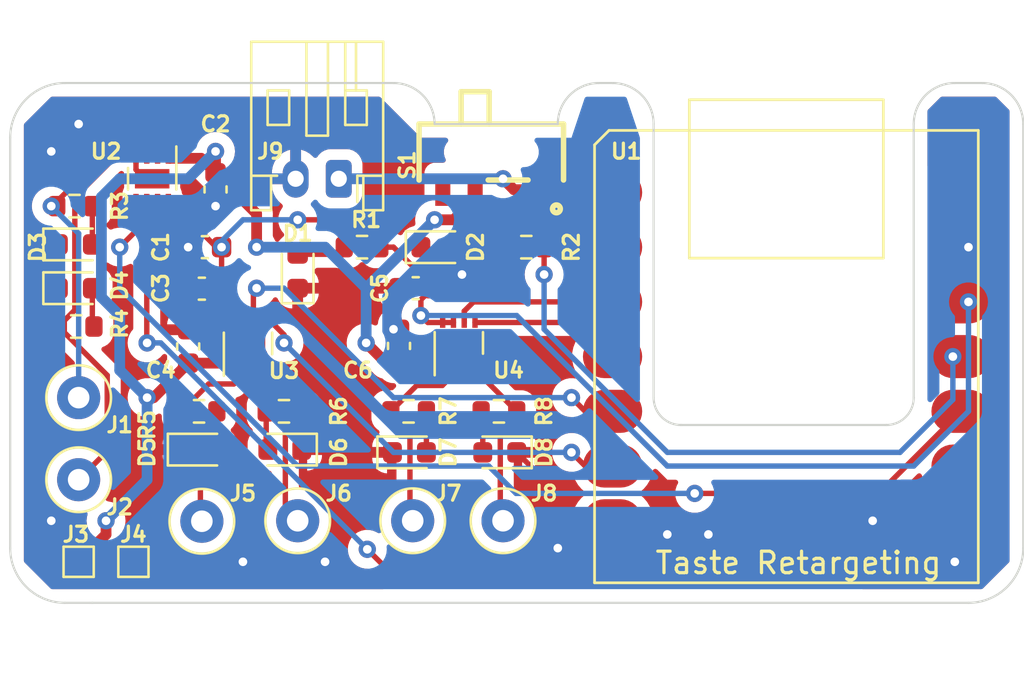
<source format=kicad_pcb>
(kicad_pcb (version 20221018) (generator pcbnew)
  (layers (0 "F.Cu" signal) (31 "B.Cu" signal) (34 "B.Paste" user) (35 "F.Paste" user) (36 "B.SilkS" user "B.Silkscreen") (37 "F.SilkS" user "F.Silkscreen") (38 "B.Mask" user) (39 "F.Mask" user) (44 "Edge.Cuts" user))
  (net 0 "")
  (net 2 "+BATT")
  (net 3 "Net-(D1-A)")
  (net 4 "Net-(D2-A)")
  (net 5 "Net-(D3-A)")
  (net 9 "/motor-driver-1b")
  (net 10 "/motor-driver-1a")
  (net 11 "/BLE-indicator-pin")
  (net 12 "+3.3V")
  (net 13 "GND")
  (net 15 "Net-(D4-A)")
  (net 16 "Net-(D5-A)")
  (net 17 "Net-(D6-A)")
  (net 18 "/motor-1-green-indicator-led")
  (net 19 "/motor-1-red-indicator-led")
  (net 20 "/motor-2-green-indicator-led")
  (net 21 "/motor-2-red-indicator-led")
  (net 22 "/motor-driver-2a")
  (net 23 "/motor-driver-2b")
  (net 24 "Net-(J9-Pin_1)")
  (net 26 "Net-(D7-A)")
  (net 27 "Net-(D8-A)")
  (net 28 "/motor-3-green-indicator-led")
  (net 29 "/motor-3-red-indicator-led")
  (net 30 "/motor-driver-3a")
  (net 31 "/motor-driver-3b")
  (footprint "LED_SMD:LED_0603_1608Metric" (layer "F.Cu") (at 37.5665 64.135)
    (fp_text reference "D4" (at 2.0575 -0.127 90) (layer "F.SilkS") (effects (font (size 0.7 0.7))))
    (fp_text value "LED")
    (pad "1" smd roundrect (at -0.7875 0) (size 0.875 0.95) (layers "F.Cu" "F.Paste" "F.Mask") (net 13 "GND"))
    (pad "2" smd roundrect (at 0.7875 0) (size 0.875 0.95) (layers "F.Cu" "F.Paste" "F.Mask") (net 15 "Net-(D4-A)"))
  )
  (footprint "Package_SON:WSON-8-1EP_2x2mm_P0.5mm_EP0.9x1.6mm" (layer "F.Cu") (at 55.354 66.675 90)
    (fp_text reference "U4" (at -1.27 2.305 180) (layer "F.SilkS") (effects (font (size 0.7 0.7))))
    (fp_text value "DRV8837")
    (pad "1" smd rect (at -0.95 -0.75 90) (size 0.5 0.25) (layers "F.Cu" "F.Paste" "F.Mask") (net 2 "+BATT"))
    (pad "2" smd rect (at -0.95 -0.25 90) (size 0.5 0.25) (layers "F.Cu" "F.Paste" "F.Mask") (net 28 "/motor-3-green-indicator-led"))
    (pad "3" smd rect (at -0.95 0.25 90) (size 0.5 0.25) (layers "F.Cu" "F.Paste" "F.Mask") (net 29 "/motor-3-red-indicator-led"))
    (pad "4" smd rect (at -0.95 0.75 90) (size 0.5 0.25) (layers "F.Cu" "F.Paste" "F.Mask") (net 13 "GND"))
    (pad "5" smd rect (at 0.95 0.75 90) (size 0.5 0.25) (layers "F.Cu" "F.Paste" "F.Mask") (net 31 "/motor-driver-3b"))
    (pad "6" smd rect (at 0.95 0.25 90) (size 0.5 0.25) (layers "F.Cu" "F.Paste" "F.Mask") (net 30 "/motor-driver-3a"))
    (pad "7" smd rect (at 0.95 -0.25 90) (size 0.5 0.25) (layers "F.Cu" "F.Paste" "F.Mask") (net 12 "+3.3V"))
    (pad "8" smd rect (at 0.95 -0.75 90) (size 0.5 0.25) (layers "F.Cu" "F.Paste" "F.Mask") (net 12 "+3.3V"))
    (pad "9" smd rect (at 0 0 90) (size 0.9 1.6) (layers "F.Cu" "F.Mask") (net 13 "GND"))
  )
  (footprint "LED_SMD:LED_0603_1608Metric" (layer "F.Cu") (at 47.879 63.3475 90)
    (fp_text reference "D1" (at 1.7525 0 180) (layer "F.SilkS") (effects (font (size 0.7 0.7))))
    (fp_text value "LED")
    (pad "1" smd roundrect (at -0.7875 0 90) (size 0.875 0.95) (layers "F.Cu" "F.Paste" "F.Mask") (net 13 "GND"))
    (pad "2" smd roundrect (at 0.7875 0 90) (size 0.875 0.95) (layers "F.Cu" "F.Paste" "F.Mask") (net 3 "Net-(D1-A)"))
  )
  (footprint "Resistor_SMD:R_0603_1608Metric" (layer "F.Cu") (at 37.529 60.325 180)
    (fp_text reference "R3" (at -2.095 0 90) (layer "F.SilkS") (effects (font (size 0.7 0.7))))
    (fp_text value "1k")
    (pad "1" smd roundrect (at -0.825 0 180) (size 0.8 0.95) (layers "F.Cu" "F.Paste" "F.Mask") (net 5 "Net-(D3-A)"))
    (pad "2" smd roundrect (at 0.825 0 180) (size 0.8 0.95) (layers "F.Cu" "F.Paste" "F.Mask") (net 18 "/motor-1-green-indicator-led"))
  )
  (footprint "TestPoint:TestPoint_Loop_D1.80mm_Drill1.0mm_Beaded" (layer "F.Cu") (at 43.434 74.953 90)
    (fp_text reference "J5" (at 1.293 1.905 180) (layer "F.SilkS") (effects (font (size 0.7 0.7))))
    (fp_text value "Conn_01x01_Pin")
    (pad "1" thru_hole circle (at 0 0 90) (size 2 2) (drill 1) (layers "*.Cu" "*.Mask") (net 20 "/motor-2-green-indicator-led"))
  )
  (footprint "LED_SMD:LED_0603_1608Metric" (layer "F.Cu") (at 37.5665 62.103)
    (fp_text reference "D3" (at -1.7525 0.127 90) (layer "F.SilkS") (effects (font (size 0.7 0.7))))
    (fp_text value "LED")
    (pad "1" smd roundrect (at -0.7875 0) (size 0.875 0.95) (layers "F.Cu" "F.Paste" "F.Mask") (net 13 "GND"))
    (pad "2" smd roundrect (at 0.7875 0) (size 0.875 0.95) (layers "F.Cu" "F.Paste" "F.Mask") (net 5 "Net-(D3-A)"))
  )
  (footprint "LED_SMD:LED_0603_1608Metric" (layer "F.Cu") (at 54.3815 62.23)
    (fp_text reference "D2" (at 1.7525 0 90) (layer "F.SilkS") (effects (font (size 0.7 0.7))))
    (fp_text value "LED")
    (pad "1" smd roundrect (at -0.7875 0) (size 0.875 0.95) (layers "F.Cu" "F.Paste" "F.Mask") (net 13 "GND"))
    (pad "2" smd roundrect (at 0.7875 0) (size 0.875 0.95) (layers "F.Cu" "F.Paste" "F.Mask") (net 4 "Net-(D2-A)"))
  )
  (footprint "LED_SMD:LED_0603_1608Metric" (layer "F.Cu") (at 57.2515 71.755 180)
    (fp_text reference "D8" (at -2.0575 0 90) (layer "F.SilkS") (effects (font (size 0.7 0.7))))
    (fp_text value "LED")
    (pad "1" smd roundrect (at -0.7875 0 180) (size 0.875 0.95) (layers "F.Cu" "F.Paste" "F.Mask") (net 13 "GND"))
    (pad "2" smd roundrect (at 0.7875 0 180) (size 0.875 0.95) (layers "F.Cu" "F.Paste" "F.Mask") (net 27 "Net-(D8-A)"))
  )
  (footprint "Connector_JST:JST_PH_S2B-PH-K_1x02_P2.00mm_Horizontal" (layer "F.Cu") (at 49.784 59.055 180)
    (fp_text reference "J9" (at 3.175 1.27) (layer "F.SilkS") (effects (font (size 0.7 0.7))))
    (fp_text value "2_pin_jst")
    (pad "1" thru_hole roundrect (at 0 0 180) (size 1.2 1.75) (drill 0.75) (layers "*.Cu" "*.Mask") (roundrect_rratio 0.2083333333) (net 24 "Net-(J9-Pin_1)"))
    (pad "2" thru_hole oval (at 2 0 180) (size 1.2 1.75) (drill 0.75) (layers "*.Cu" "*.Mask") (net 13 "GND"))
  )
  (footprint "LED_SMD:LED_0603_1608Metric" (layer "F.Cu") (at 47.2815 71.628 180)
    (fp_text reference "D6" (at -2.5025 -0.127 90) (layer "F.SilkS") (effects (font (size 0.7 0.7))))
    (fp_text value "LED")
    (pad "1" smd roundrect (at -0.7875 0 180) (size 0.875 0.95) (layers "F.Cu" "F.Paste" "F.Mask") (net 13 "GND"))
    (pad "2" smd roundrect (at 0.7875 0 180) (size 0.875 0.95) (layers "F.Cu" "F.Paste" "F.Mask") (net 17 "Net-(D6-A)"))
  )
  (footprint "Resistor_SMD:R_0603_1608Metric" (layer "F.Cu") (at 57.214 69.85)
    (fp_text reference "R8" (at 2.095 0 90) (layer "F.SilkS") (effects (font (size 0.7 0.7))))
    (fp_text value "1k")
    (pad "1" smd roundrect (at -0.825 0) (size 0.8 0.95) (layers "F.Cu" "F.Paste" "F.Mask") (net 27 "Net-(D8-A)"))
    (pad "2" smd roundrect (at 0.825 0) (size 0.8 0.95) (layers "F.Cu" "F.Paste" "F.Mask") (net 29 "/motor-3-red-indicator-led"))
  )
  (footprint "TestPoint:TestPoint_Loop_D1.80mm_Drill1.0mm_Beaded" (layer "F.Cu") (at 53.214 74.93)
    (fp_text reference "J7" (at 1.65 -1.27) (layer "F.SilkS") (effects (font (size 0.7 0.7))))
    (fp_text value "Conn_01x01_Pin")
    (pad "1" thru_hole circle (at 0 0) (size 2 2) (drill 1) (layers "*.Cu" "*.Mask") (net 28 "/motor-3-green-indicator-led"))
  )
  (footprint "LED_SMD:LED_0603_1608Metric" (layer "F.Cu") (at 53.0615 71.755)
    (fp_text reference "D7" (at 1.8025 0 90) (layer "F.SilkS") (effects (font (size 0.7 0.7))))
    (fp_text value "LED")
    (pad "1" smd roundrect (at -0.7875 0) (size 0.875 0.95) (layers "F.Cu" "F.Paste" "F.Mask") (net 13 "GND"))
    (pad "2" smd roundrect (at 0.7875 0) (size 0.875 0.95) (layers "F.Cu" "F.Paste" "F.Mask") (net 26 "Net-(D7-A)"))
  )
  (footprint "TestPoint:TestPoint_Loop_D1.80mm_Drill1.0mm_Beaded" (layer "F.Cu") (at 37.719 73.025 90)
    (fp_text reference "J2" (at -1.27 1.905 180) (layer "F.SilkS") (effects (font (size 0.7 0.7))))
    (fp_text value "Conn_01x01_Pin")
    (pad "1" thru_hole circle (at 0 0 90) (size 2 2) (drill 1) (layers "*.Cu" "*.Mask") (net 19 "/motor-1-red-indicator-led"))
  )
  (footprint "TestPoint:TestPoint_Loop_D1.80mm_Drill1.0mm_Beaded" (layer "F.Cu") (at 47.879 74.93 90)
    (fp_text reference "J6" (at 1.27 1.905 180) (layer "F.SilkS") (effects (font (size 0.7 0.7))))
    (fp_text value "Conn_01x01_Pin")
    (pad "1" thru_hole circle (at 0 0 90) (size 2 2) (drill 1) (layers "*.Cu" "*.Mask") (net 21 "/motor-2-red-indicator-led"))
  )
  (footprint "Resistor_SMD:R_0603_1608Metric" (layer "F.Cu") (at 50.864 62.23)
    (fp_text reference "R1" (at 0.19 -1.27) (layer "F.SilkS") (effects (font (size 0.7 0.7))))
    (fp_text value "1k")
    (pad "1" smd roundrect (at -0.825 0) (size 0.8 0.95) (layers "F.Cu" "F.Paste" "F.Mask") (net 3 "Net-(D1-A)"))
    (pad "2" smd roundrect (at 0.825 0) (size 0.8 0.95) (layers "F.Cu" "F.Paste" "F.Mask") (net 12 "+3.3V"))
  )
  (footprint "Capacitor_SMD:C_0603_1608Metric" (layer "F.Cu") (at 44.069 59.55 -90)
    (fp_text reference "C2" (at -3.035 0) (layer "F.SilkS") (effects (font (size 0.7 0.7))))
    (fp_text value "0.1 uF")
    (pad "1" smd roundrect (at -0.775 0 270) (size 0.9 0.95) (layers "F.Cu" "F.Paste" "F.Mask") (net 2 "+BATT"))
    (pad "2" smd roundrect (at 0.775 0 270) (size 0.9 0.95) (layers "F.Cu" "F.Paste" "F.Mask") (net 13 "GND"))
  )
  (footprint "Resistor_SMD:R_0603_1608Metric" (layer "F.Cu") (at 47.244 69.85)
    (fp_text reference "R6" (at 2.54 0 90) (layer "F.SilkS") (effects (font (size 0.7 0.7))))
    (fp_text value "1k")
    (pad "1" smd roundrect (at -0.825 0) (size 0.8 0.95) (layers "F.Cu" "F.Paste" "F.Mask") (net 17 "Net-(D6-A)"))
    (pad "2" smd roundrect (at 0.825 0) (size 0.8 0.95) (layers "F.Cu" "F.Paste" "F.Mask") (net 21 "/motor-2-red-indicator-led"))
  )
  (footprint "TestPoint:TestPoint_Pad_1.0x1.0mm" (layer "F.Cu") (at 40.259 76.835 -90)
    (fp_text reference "J4" (at -1.27 0 -180) (layer "F.SilkS") (effects (font (size 0.7 0.7))))
    (fp_text value "-battery_xiao")
    (pad "1" smd rect (at 0 0 270) (size 1 1) (layers "F.Cu" "F.Mask") (net 13 "GND"))
  )
  (footprint "Capacitor_SMD:C_0603_1608Metric" (layer "F.Cu") (at 43.574 62.23 180)
    (fp_text reference "C1" (at 2.045 0 90) (layer "F.SilkS") (effects (font (size 0.7 0.7))))
    (fp_text value "0.1 uF")
    (pad "1" smd roundrect (at -0.775 0 180) (size 0.9 0.95) (layers "F.Cu" "F.Paste" "F.Mask") (net 12 "+3.3V"))
    (pad "2" smd roundrect (at 0.775 0 180) (size 0.9 0.95) (layers "F.Cu" "F.Paste" "F.Mask") (net 13 "GND"))
  )
  (footprint "Resistor_SMD:R_0603_1608Metric" (layer "F.Cu") (at 53.024 69.85 180)
    (fp_text reference "R7" (at -1.84 0 270) (layer "F.SilkS") (effects (font (size 0.7 0.7))))
    (fp_text value "1k")
    (pad "1" smd roundrect (at -0.825 0 180) (size 0.8 0.95) (layers "F.Cu" "F.Paste" "F.Mask") (net 26 "Net-(D7-A)"))
    (pad "2" smd roundrect (at 0.825 0 180) (size 0.8 0.95) (layers "F.Cu" "F.Paste" "F.Mask") (net 28 "/motor-3-green-indicator-led"))
  )
  (footprint "TestPoint:TestPoint_Loop_D1.80mm_Drill1.0mm_Beaded" (layer "F.Cu") (at 57.404 74.93)
    (fp_text reference "J8" (at 1.905 -1.27) (layer "F.SilkS") (effects (font (size 0.7 0.7))))
    (fp_text value "Conn_01x01_Pin")
    (pad "1" thru_hole circle (at 0 0) (size 2 2) (drill 1) (layers "*.Cu" "*.Mask") (net 29 "/motor-3-red-indicator-led"))
  )
  (footprint "Package_SON:WSON-8-1EP_2x2mm_P0.5mm_EP0.9x1.6mm" (layer "F.Cu") (at 41.129 59.055 -90)
    (fp_text reference "U2" (at -1.27 2.14) (layer "F.SilkS") (effects (font (size 0.7 0.7))))
    (fp_text value "DRV8837")
    (pad "1" smd rect (at -0.95 -0.75 270) (size 0.5 0.25) (layers "F.Cu" "F.Paste" "F.Mask") (net 2 "+BATT"))
    (pad "2" smd rect (at -0.95 -0.25 270) (size 0.5 0.25) (layers "F.Cu" "F.Paste" "F.Mask") (net 18 "/motor-1-green-indicator-led"))
    (pad "3" smd rect (at -0.95 0.25 270) (size 0.5 0.25) (layers "F.Cu" "F.Paste" "F.Mask") (net 19 "/motor-1-red-indicator-led"))
    (pad "4" smd rect (at -0.95 0.75 270) (size 0.5 0.25) (layers "F.Cu" "F.Paste" "F.Mask") (net 13 "GND"))
    (pad "5" smd rect (at 0.95 0.75 270) (size 0.5 0.25) (layers "F.Cu" "F.Paste" "F.Mask") (net 10 "/motor-driver-1a"))
    (pad "6" smd rect (at 0.95 0.25 270) (size 0.5 0.25) (layers "F.Cu" "F.Paste" "F.Mask") (net 9 "/motor-driver-1b"))
    (pad "7" smd rect (at 0.95 -0.25 270) (size 0.5 0.25) (layers "F.Cu" "F.Paste" "F.Mask") (net 12 "+3.3V"))
    (pad "8" smd rect (at 0.95 -0.75 270) (size 0.5 0.25) (layers "F.Cu" "F.Paste" "F.Mask") (net 12 "+3.3V"))
    (pad "9" smd rect (at 0 0 270) (size 0.9 1.6) (layers "F.Cu" "F.Mask") (net 13 "GND"))
  )
  (footprint "TestPoint:TestPoint_Loop_D1.80mm_Drill1.0mm_Beaded" (layer "F.Cu") (at 37.719 69.215 90)
    (fp_text reference "J1" (at -1.27 1.905 180) (layer "F.SilkS") (effects (font (size 0.7 0.7))))
    (fp_text value "Conn_01x01_Pin")
    (pad "1" thru_hole circle (at 0 0 90) (size 2 2) (drill 1) (layers "*.Cu" "*.Mask") (net 18 "/motor-1-green-indicator-led"))
  )
  (footprint "Capacitor_SMD:C_0603_1608Metric" (layer "F.Cu") (at 43.434 64.158 180)
    (fp_text reference "C3" (at 1.905 0.023 90) (layer "F.SilkS") (effects (font (size 0.7 0.7))))
    (fp_text value "0.1 uF")
    (pad "1" smd roundrect (at -0.775 0 180) (size 0.9 0.95) (layers "F.Cu" "F.Paste" "F.Mask") (net 12 "+3.3V"))
    (pad "2" smd roundrect (at 0.775 0 180) (size 0.9 0.95) (layers "F.Cu" "F.Paste" "F.Mask") (net 13 "GND"))
  )
  (footprint "LED_SMD:LED_0603_1608Metric" (layer "F.Cu") (at 43.3415 71.628)
    (fp_text reference "D5" (at -2.4475 0.127 90) (layer "F.SilkS") (effects (font (size 0.7 0.7))))
    (fp_text value "LED")
    (pad "1" smd roundrect (at -0.7875 0) (size 0.875 0.95) (layers "F.Cu" "F.Paste" "F.Mask") (net 13 "GND"))
    (pad "2" smd roundrect (at 0.7875 0) (size 0.875 0.95) (layers "F.Cu" "F.Paste" "F.Mask") (net 16 "Net-(D5-A)"))
  )
  (footprint "Package_SON:WSON-8-1EP_2x2mm_P0.5mm_EP0.9x1.6mm" (layer "F.Cu") (at 45.574 66.698 90)
    (fp_text reference "U3" (at -1.27 1.67) (layer "F.SilkS") (effects (font (size 0.7 0.7))))
    (fp_text value "DRV8837")
    (pad "1" smd rect (at -0.95 -0.75 90) (size 0.5 0.25) (layers "F.Cu" "F.Paste" "F.Mask") (net 2 "+BATT"))
    (pad "2" smd rect (at -0.95 -0.25 90) (size 0.5 0.25) (layers "F.Cu" "F.Paste" "F.Mask") (net 20 "/motor-2-green-indicator-led"))
    (pad "3" smd rect (at -0.95 0.25 90) (size 0.5 0.25) (layers "F.Cu" "F.Paste" "F.Mask") (net 21 "/motor-2-red-indicator-led"))
    (pad "4" smd rect (at -0.95 0.75 90) (size 0.5 0.25) (layers "F.Cu" "F.Paste" "F.Mask") (net 13 "GND"))
    (pad "5" smd rect (at 0.95 0.75 90) (size 0.5 0.25) (layers "F.Cu" "F.Paste" "F.Mask") (net 23 "/motor-driver-2b"))
    (pad "6" smd rect (at 0.95 0.25 90) (size 0.5 0.25) (layers "F.Cu" "F.Paste" "F.Mask") (net 22 "/motor-driver-2a"))
    (pad "7" smd rect (at 0.95 -0.25 90) (size 0.5 0.25) (layers "F.Cu" "F.Paste" "F.Mask") (net 12 "+3.3V"))
    (pad "8" smd rect (at 0.95 -0.75 90) (size 0.5 0.25) (layers "F.Cu" "F.Paste" "F.Mask") (net 12 "+3.3V"))
    (pad "9" smd rect (at 0 0 90) (size 0.9 1.6) (layers "F.Cu" "F.Mask") (net 13 "GND"))
  )
  (footprint "Capacitor_SMD:C_0603_1608Metric" (layer "F.Cu") (at 52.579 66.815 90)
    (fp_text reference "C6" (at -1.13 -1.905 180) (layer "F.SilkS") (effects (font (size 0.7 0.7))))
    (fp_text value "0.1 uF")
    (pad "1" smd roundrect (at -0.775 0 90) (size 0.9 0.95) (layers "F.Cu" "F.Paste" "F.Mask") (net 2 "+BATT"))
    (pad "2" smd roundrect (at 0.775 0 90) (size 0.9 0.95) (layers "F.Cu" "F.Paste" "F.Mask") (net 13 "GND"))
  )
  (footprint "Seeeduino-XIAO:MOUDLE14P-SMD-2.54-21X17.8MM" (layer "F.Cu") (at 61.649 77.81)
    (fp_text reference "U1" (at 1.47 -20.025) (layer "F.SilkS") (effects (font (size 0.7 0.7))))
    (fp_text value "MOUDLE-SEEEDUINO-XIAO-ESP32C3" hide)
    (pad "1" smd roundrect (at 0.835 -18.12) (size 2.75 2) (layers "F.Cu" "F.Paste" "F.Mask") (roundrect_rratio 0.5))
    (pad "2" smd roundrect (at 0.835 -15.58) (size 2.75 2) (layers "F.Cu" "F.Paste" "F.Mask") (roundrect_rratio 0.5))
    (pad "3" smd roundrect (at 0.835 -13.04) (size 2.75 2) (layers "F.Cu" "F.Paste" "F.Mask") (roundrect_rratio 0.5) (net 30 "/motor-driver-3a"))
    (pad "4" smd roundrect (at 0.835 -10.5) (size 2.75 2) (layers "F.Cu" "F.Paste" "F.Mask") (roundrect_rratio 0.5) (net 31 "/motor-driver-3b"))
    (pad "5" smd roundrect (at 0.835 -7.96) (size 2.75 2) (layers "F.Cu" "F.Paste" "F.Mask") (roundrect_rratio 0.5) (net 22 "/motor-driver-2a"))
    (pad "6" smd roundrect (at 0.835 -5.42) (size 2.75 2) (layers "F.Cu" "F.Paste" "F.Mask") (roundrect_rratio 0.5) (net 23 "/motor-driver-2b"))
    (pad "7" smd roundrect (at 0.835 -2.88) (size 2.75 2) (layers "F.Cu" "F.Paste" "F.Mask") (roundrect_rratio 0.5))
    (pad "8" smd roundrect (at 17 -2.88) (size 2.75 2) (layers "F.Cu" "F.Paste" "F.Mask") (roundrect_rratio 0.5))
    (pad "9" smd roundrect (at 17 -5.42) (size 2.75 2) (layers "F.Cu" "F.Paste" "F.Mask") (roundrect_rratio 0.5) (net 9 "/motor-driver-1b"))
    (pad "10" smd roundrect (at 17 -7.96) (size 2.75 2) (layers "F.Cu" "F.Paste" "F.Mask") (roundrect_rratio 0.5) (net 10 "/motor-driver-1a"))
    (pad "11" smd roundrect (at 17 -10.5) (size 2.75 2) (layers "F.Cu" "F.Paste" "F.Mask") (roundrect_rratio 0.5) (net 11 "/BLE-indicator-pin"))
    (pad "12" smd roundrect (at 17 -13.04) (size 2.75 2) (layers "F.Cu" "F.Paste" "F.Mask") (roundrect_rratio 0.5) (net 12 "+3.3V"))
    (pad "13" smd roundrect (at 17 -15.58) (size 2.75 2) (layers "F.Cu" "F.Paste" "F.Mask") (roundrect_rratio 0.5) (net 13 "GND"))
    (pad "14" smd roundrect (at 17 -18.12) (size 2.75 2) (layers "F.Cu" "F.Paste" "F.Mask") (roundrect_rratio 0.5))
    (zone (net 0) (net_name "") (layer "F.Cu") (connect_pads (clearance 0)) (min_thickness 0.01)
      (keepout (tracks not_allowed) (vias not_allowed) (pads not_allowed) (copperpour not_allowed) (footprints allowed))
      (fill (thermal_gap 0.508) (thermal_bridge_width 0.508))
      (polygon (pts (xy 65.332 56.728) (xy 67.11 56.728) (xy 67.11 59.395) (xy 65.332 59.395)))
    )
    (zone (net 0) (net_name "") (layer "F.Cu") (connect_pads (clearance 0)) (min_thickness 0.01)
      (keepout (tracks not_allowed) (vias not_allowed) (pads not_allowed) (copperpour not_allowed) (footprints allowed))
      (fill (thermal_gap 0.508) (thermal_bridge_width 0.508))
      (polygon (pts (xy 65.332 60.792) (xy 67.11 60.792) (xy 67.11 63.459) (xy 65.332 63.459)))
    )
    (zone (net 0) (net_name "") (layer "F.Cu") (connect_pads (clearance 0)) (min_thickness 0.01)
      (keepout (tracks not_allowed) (vias not_allowed) (pads not_allowed) (copperpour not_allowed) (footprints allowed))
      (fill (thermal_gap 0.508) (thermal_bridge_width 0.508))
      (polygon (pts (xy 67.999 57.49) (xy 73.206 57.49) (xy 73.206 64.475) (xy 67.999 64.475)))
    )
    (zone (net 0) (net_name "") (layer "F.Cu") (connect_pads (clearance 0)) (min_thickness 0.01)
      (keepout (tracks not_allowed) (vias not_allowed) (pads not_allowed) (copperpour not_allowed) (footprints allowed))
      (fill (thermal_gap 0.508) (thermal_bridge_width 0.508))
      (polygon (pts (xy 67.999 74.635) (xy 73.714 74.635) (xy 73.714 77.175) (xy 67.999 77.175)))
    )
    (zone (net 0) (net_name "") (layer "F.Cu") (connect_pads (clearance 0)) (min_thickness 0.01)
      (keepout (tracks not_allowed) (vias not_allowed) (pads not_allowed) (copperpour not_allowed) (footprints allowed))
      (fill (thermal_gap 0.508) (thermal_bridge_width 0.508))
      (polygon (pts (xy 71.428 66.507) (xy 74.476 66.507) (xy 74.476 69.555) (xy 71.428 69.555)))
    )
    (zone (net 0) (net_name "") (layer "F.Cu") (connect_pads (clearance 0)) (min_thickness 0.01)
      (keepout (tracks not_allowed) (vias not_allowed) (pads not_allowed) (copperpour not_allowed) (footprints allowed))
      (fill (thermal_gap 0.508) (thermal_bridge_width 0.508))
      (polygon (pts (xy 73.968 56.728) (xy 75.746 56.728) (xy 75.746 59.395) (xy 73.968 59.395)))
    )
    (zone (net 0) (net_name "") (layer "F.Cu") (connect_pads (clearance 0)) (min_thickness 0.01)
      (keepout (tracks not_allowed) (vias not_allowed) (pads not_allowed) (copperpour not_allowed) (footprints allowed))
      (fill (thermal_gap 0.508) (thermal_bridge_width 0.508))
      (polygon (pts (xy 73.968 60.792) (xy 75.746 60.792) (xy 75.746 63.459) (xy 73.968 63.459)))
    )
  )
  (footprint "Switch-Alpine:SSSS810701" (layer "F.Cu") (at 56.11 59.563 180)
    (fp_text reference "S1" (at 3.151 1.143 90) (layer "F.SilkS") (effects (font (size 0.7 0.7) (thickness 0.15) bold)))
    (fp_text value "SSSS810701" hide)
    (pad "" np_thru_hole circle (at -2.25 1.75 180) (size 0.9 0.9) (drill 0.9) (layers "*.Cu" "*.Mask"))
    (pad "" np_thru_hole circle (at 0.75 1.75 180) (size 0.9 0.9) (drill 0.9) (layers "*.Cu" "*.Mask"))
    (pad "1" smd rect (at -3 0 180) (size 0.7 1.5) (layers "F.Cu" "F.Paste" "F.Mask") (net 24 "Net-(J9-Pin_1)"))
    (pad "2" smd rect (at 0 0 180) (size 0.7 1.5) (layers "F.Cu" "F.Paste" "F.Mask") (net 2 "+BATT"))
    (pad "3" smd rect (at 1.5 0 180) (size 0.7 1.5) (layers "F.Cu" "F.Paste" "F.Mask"))
  )
  (footprint "Resistor_SMD:R_0603_1608Metric" (layer "F.Cu") (at 58.484 62.23)
    (fp_text reference "R2" (at 2.095 0 90) (layer "F.SilkS") (effects (font (size 0.7 0.7))))
    (fp_text value "1k")
    (pad "1" smd roundrect (at -0.825 0) (size 0.8 0.95) (layers "F.Cu" "F.Paste" "F.Mask") (net 4 "Net-(D2-A)"))
    (pad "2" smd roundrect (at 0.825 0) (size 0.8 0.95) (layers "F.Cu" "F.Paste" "F.Mask") (net 11 "/BLE-indicator-pin"))
  )
  (footprint "Capacitor_SMD:C_0603_1608Metric" (layer "F.Cu") (at 42.799 66.838 90)
    (fp_text reference "C4" (at -1.107 -1.27 180) (layer "F.SilkS") (effects (font (size 0.7 0.7))))
    (fp_text value "0.1 uF")
    (pad "1" smd roundrect (at -0.775 0 90) (size 0.9 0.95) (layers "F.Cu" "F.Paste" "F.Mask") (net 2 "+BATT"))
    (pad "2" smd roundrect (at 0.775 0 90) (size 0.9 0.95) (layers "F.Cu" "F.Paste" "F.Mask") (net 13 "GND"))
  )
  (footprint "Resistor_SMD:R_0603_1608Metric" (layer "F.Cu") (at 43.304 69.85 180)
    (fp_text reference "R5" (at 2.41 -0.635 90) (layer "F.SilkS") (effects (font (size 0.7 0.7))))
    (fp_text value "1k")
    (pad "1" smd roundrect (at -0.825 0 180) (size 0.8 0.95) (layers "F.Cu" "F.Paste" "F.Mask") (net 16 "Net-(D5-A)"))
    (pad "2" smd roundrect (at 0.825 0 180) (size 0.8 0.95) (layers "F.Cu" "F.Paste" "F.Mask") (net 20 "/motor-2-green-indicator-led"))
  )
  (footprint "Capacitor_SMD:C_0603_1608Metric" (layer "F.Cu") (at 53.354 64.135 180)
    (fp_text reference "C5" (at 1.665 0 90) (layer "F.SilkS") (effects (font (size 0.7 0.7))))
    (fp_text value "0.1 uF")
    (pad "1" smd roundrect (at -0.775 0 180) (size 0.9 0.95) (layers "F.Cu" "F.Paste" "F.Mask") (net 12 "+3.3V"))
    (pad "2" smd roundrect (at 0.775 0 180) (size 0.9 0.95) (layers "F.Cu" "F.Paste" "F.Mask") (net 13 "GND"))
  )
  (footprint "Resistor_SMD:R_0603_1608Metric" (layer "F.Cu") (at 37.604 65.913 180)
    (fp_text reference "R4" (at -2.02 0.127 90) (layer "F.SilkS") (effects (font (size 0.7 0.7))))
    (fp_text value "1k")
    (pad "1" smd roundrect (at -0.825 0 180) (size 0.8 0.95) (layers "F.Cu" "F.Paste" "F.Mask") (net 15 "Net-(D4-A)"))
    (pad "2" smd roundrect (at 0.825 0 180) (size 0.8 0.95) (layers "F.Cu" "F.Paste" "F.Mask") (net 19 "/motor-1-red-indicator-led"))
  )
  (footprint "TestPoint:TestPoint_Pad_1.0x1.0mm" (layer "F.Cu") (at 37.719 76.835 -90)
    (fp_text reference "J3" (at -1.27 0.127 -180) (layer "F.SilkS") (effects (font (size 0.7 0.7))))
    (fp_text value "+battery_xiao")
    (pad "1" smd rect (at 0 0 270) (size 1 1) (layers "F.Cu" "F.Mask") (net 2 "+BATT"))
  )
  (gr_line (start 64.389 56.515) (end 64.389 69.215) (stroke (width 0.1)) (layer "Edge.Cuts"))
  (gr_line (start 76.454 56.515) (end 76.454 69.215) (stroke (width 0.1)) (layer "Edge.Cuts"))
  (gr_line (start 62.484 54.61) (end 61.849 54.61) (stroke (width 0.1)) (layer "Edge.Cuts"))
  (gr_arc (start 79.629 54.61) (mid 80.976038 55.167962) (end 81.534 56.515) (stroke (width 0.1)) (layer "Edge.Cuts"))
  (gr_line (start 34.544 57.15) (end 34.544 76.2) (stroke (width 0.1)) (layer "Edge.Cuts"))
  (gr_arc (start 65.659 70.485) (mid 64.760974 70.113026) (end 64.389 69.215) (stroke (width 0.1)) (layer "Edge.Cuts"))
  (gr_line (start 78.359 54.61) (end 79.629 54.61) (stroke (width 0.1)) (layer "Edge.Cuts"))
  (gr_arc (start 81.534 76.2) (mid 80.790051 77.996051) (end 78.994 78.74) (stroke (width 0.1)) (layer "Edge.Cuts"))
  (gr_arc (start 34.544 57.15) (mid 35.287949 55.353949) (end 37.084 54.61) (stroke (width 0.1)) (layer "Edge.Cuts"))
  (gr_line (start 81.534 76.2) (end 81.534 56.515) (stroke (width 0.1)) (layer "Edge.Cuts"))
  (gr_arc (start 59.944 56.515) (mid 60.501962 55.167962) (end 61.849 54.61) (stroke (width 0.1)) (layer "Edge.Cuts"))
  (gr_arc (start 62.484 54.61) (mid 63.831038 55.167962) (end 64.389 56.515) (stroke (width 0.1)) (layer "Edge.Cuts"))
  (gr_arc (start 37.084 78.74) (mid 35.287949 77.996051) (end 34.544 76.2) (stroke (width 0.1)) (layer "Edge.Cuts"))
  (gr_line (start 59.944 56.515) (end 54.229 56.515) (stroke (width 0.1)) (layer "Edge.Cuts"))
  (gr_arc (start 76.454 56.515) (mid 77.011962 55.167962) (end 78.359 54.61) (stroke (width 0.1)) (layer "Edge.Cuts"))
  (gr_line (start 65.659 70.485) (end 75.184 70.485) (stroke (width 0.1)) (layer "Edge.Cuts"))
  (gr_arc (start 52.324 54.61) (mid 53.671038 55.167962) (end 54.229 56.515) (stroke (width 0.1)) (layer "Edge.Cuts"))
  (gr_arc (start 76.454 69.215) (mid 76.082026 70.113026) (end 75.184 70.485) (stroke (width 0.1)) (layer "Edge.Cuts"))
  (gr_line (start 37.084 78.74) (end 38.354 78.74) (stroke (width 0.1)) (layer "Edge.Cuts"))
  (gr_line (start 78.994 78.74) (end 38.354 78.74) (stroke (width 0.1)) (layer "Edge.Cuts"))
  (gr_line (start 52.324 54.61) (end 37.084 54.61) (stroke (width 0.1)) (layer "Edge.Cuts"))
  (gr_text "Taste Retargeting" (at 64.389 77.47) (layer "F.SilkS") (effects (font (size 1 1)) (justify left bottom)))
  (segment (start 44.069 58.775) (end 43.399 58.105) (width 0.5) (layer "F.Cu") (net 2))
  (segment (start 54.229 60.96) (end 55.113 60.96) (width 0.5) (layer "F.Cu") (net 2))
  (segment (start 52.579 67.59) (end 51.969 67.59) (width 0.5) (layer "F.Cu") (net 2))
  (segment (start 44.749 67.613) (end 44.749 67.648) (width 0.5) (layer "F.Cu") (net 2))
  (segment (start 56.11 59.963) (end 56.11 59.563) (width 0.5) (layer "F.Cu") (net 2))
  (segment (start 51.969 67.59) (end 51.054 66.675) (width 0.5) (layer "F.Cu") (net 2))
  (segment (start 44.069 58.775) (end 45.974 60.68) (width 0.5) (layer "F.Cu") (net 2))
  (segment (start 40.894 69.215) (end 41.197 69.215) (width 0.5) (layer "F.Cu") (net 2))
  (segment (start 44.069 57.785) (end 44.069 58.775) (width 0.5) (layer "F.Cu") (net 2))
  (segment (start 41.197 69.215) (end 42.799 67.613) (width 0.5) (layer "F.Cu") (net 2))
  (segment (start 42.799 67.613) (end 44.749 67.613) (width 0.5) (layer "F.Cu") (net 2))
  (segment (start 53.949 67.59) (end 53.984 67.625) (width 0.5) (layer "F.Cu") (net 2))
  (segment (start 43.399 58.105) (end 41.954 58.105) (width 0.5) (layer "F.Cu") (net 2))
  (segment (start 38.989 75.565) (end 37.719 76.835) (width 0.5) (layer "F.Cu") (net 2))
  (segment (start 52.579 67.59) (end 53.949 67.59) (width 0.5) (layer "F.Cu") (net 2))
  (segment (start 45.974 60.68) (end 45.974 62.23) (width 0.5) (layer "F.Cu") (net 2))
  (segment (start 55.113 60.96) (end 56.11 59.963) (width 0.5) (layer "F.Cu") (net 2))
  (segment (start 53.984 67.625) (end 54.529 67.625) (width 0.5) (layer "F.Cu") (net 2))
  (segment (start 38.989 74.93) (end 38.989 75.565) (width 0.5) (layer "F.Cu") (net 2))
  (via (at 54.229 60.96) (size 0.8) (drill 0.4) (layers "F.Cu" "B.Cu") (net 2))
  (via (at 44.069 57.785) (size 0.8) (drill 0.4) (layers "F.Cu" "B.Cu") (net 2))
  (via (at 51.054 66.675) (size 0.8) (drill 0.4) (layers "F.Cu" "B.Cu") (net 2))
  (via (at 38.989 74.93) (size 0.8) (drill 0.4) (layers "F.Cu" "B.Cu") (net 2))
  (via (at 45.974 62.23) (size 0.8) (drill 0.4) (layers "F.Cu" "B.Cu") (net 2))
  (via (at 40.894 69.215) (size 0.8) (drill 0.4) (layers "F.Cu" "B.Cu") (net 2))
  (segment (start 51.054 66.675) (end 51.054 64.135) (width 0.5) (layer "B.Cu") (net 2))
  (segment (start 39.624 65.405) (end 38.774 64.555) (width 0.5) (layer "B.Cu") (net 2))
  (segment (start 42.799 59.055) (end 44.069 57.785) (width 0.5) (layer "B.Cu") (net 2))
  (segment (start 38.774 59.905) (end 39.624 59.055) (width 0.5) (layer "B.Cu") (net 2))
  (segment (start 45.974 62.23) (end 49.149 62.23) (width 0.5) (layer "B.Cu") (net 2))
  (segment (start 40.894 73.025) (end 38.989 74.93) (width 0.5) (layer "B.Cu") (net 2))
  (segment (start 39.624 65.405) (end 39.624 67.945) (width 0.5) (layer "B.Cu") (net 2))
  (segment (start 40.894 69.215) (end 40.894 73.025) (width 0.5) (layer "B.Cu") (net 2))
  (segment (start 39.624 67.945) (end 40.894 69.215) (width 0.5) (layer "B.Cu") (net 2))
  (segment (start 49.149 62.23) (end 51.054 64.135) (width 0.5) (layer "B.Cu") (net 2))
  (segment (start 51.054 64.135) (end 54.229 60.96) (width 0.5) (layer "B.Cu") (net 2))
  (segment (start 39.624 59.055) (end 42.799 59.055) (width 0.5) (layer "B.Cu") (net 2))
  (segment (start 38.774 64.555) (end 38.774 59.905) (width 0.5) (layer "B.Cu") (net 2))
  (segment (start 47.879 62.56) (end 49.709 62.56) (width 0.25) (layer "F.Cu") (net 3))
  (segment (start 49.709 62.56) (end 50.039 62.23) (width 0.25) (layer "F.Cu") (net 3))
  (segment (start 55.169 62.23) (end 57.659 62.23) (width 0.25) (layer "F.Cu") (net 4))
  (segment (start 38.354 60.325) (end 38.354 62.103) (width 0.25) (layer "F.Cu") (net 5))
  (segment (start 78.649 72.416778) (end 73.765778 77.3) (width 0.25) (layer "F.Cu") (net 9))
  (segment (start 40.894 66.675) (end 40.879 66.66) (width 0.25) (layer "F.Cu") (net 9))
  (segment (start 40.879 66.66) (end 40.879 60.005) (width 0.25) (layer "F.Cu") (net 9))
  (segment (start 78.649 72.39) (end 78.649 72.416778) (width 0.25) (layer "F.Cu") (net 9))
  (segment (start 73.765778 77.3) (end 52.152604 77.3) (width 0.25) (layer "F.Cu") (net 9))
  (segment (start 52.152604 77.3) (end 51.107604 76.255) (width 0.25) (layer "F.Cu") (net 9))
  (via (at 40.894 66.675) (size 0.8) (drill 0.4) (layers "F.Cu" "B.Cu") (net 9))
  (via (at 51.107604 76.255) (size 0.8) (drill 0.4) (layers "F.Cu" "B.Cu") (net 9))
  (segment (start 41.527604 66.675) (end 40.894 66.675) (width 0.25) (layer "B.Cu") (net 9))
  (segment (start 51.107604 76.255) (end 41.527604 66.675) (width 0.25) (layer "B.Cu") (net 9))
  (segment (start 74.839 73.66) (end 66.294 73.66) (width 0.25) (layer "F.Cu") (net 10))
  (segment (start 39.624 62.23) (end 40.379 61.475) (width 0.25) (layer "F.Cu") (net 10))
  (segment (start 78.649 69.85) (end 74.839 73.66) (width 0.25) (layer "F.Cu") (net 10))
  (segment (start 40.379 61.475) (end 40.379 60.005) (width 0.25) (layer "F.Cu") (net 10))
  (via (at 39.624 62.23) (size 0.8) (drill 0.4) (layers "F.Cu" "B.Cu") (net 10))
  (via (at 66.294 73.66) (size 0.8) (drill 0.4) (layers "F.Cu" "B.Cu") (net 10))
  (segment (start 56.737833 72.39) (end 47.879 72.39) (width 0.25) (layer "B.Cu") (net 10))
  (segment (start 39.624 64.135) (end 39.624 62.23) (width 0.25) (layer "B.Cu") (net 10))
  (segment (start 58.007833 73.66) (end 66.294 73.66) (width 0.25) (layer "B.Cu") (net 10))
  (segment (start 58.007833 73.66) (end 56.737833 72.39) (width 0.25) (layer "B.Cu") (net 10))
  (segment (start 47.879 72.39) (end 39.624 64.135) (width 0.25) (layer "B.Cu") (net 10))
  (segment (start 59.309 63.5) (end 59.309 62.23) (width 0.25) (layer "F.Cu") (net 11))
  (via (at 59.309 63.5) (size 0.8) (drill 0.4) (layers "F.Cu" "B.Cu") (net 11))
  (via (at 78.2695 67.31) (size 0.8) (drill 0.4) (layers "F.Cu" "B.Cu") (net 11))
  (segment (start 59.309 66.038604) (end 65.025396 71.755) (width 0.25) (layer "B.Cu") (net 11))
  (segment (start 75.819 71.755) (end 78.2695 69.3045) (width 0.25) (layer "B.Cu") (net 11))
  (segment (start 59.309 63.5) (end 59.309 66.038604) (width 0.25) (layer "B.Cu") (net 11))
  (segment (start 78.2695 69.3045) (end 78.2695 67.31) (width 0.25) (layer "B.Cu") (net 11))
  (segment (start 65.025396 71.755) (end 75.819 71.755) (width 0.25) (layer "B.Cu") (net 11))
  (segment (start 54.129 64.135) (end 54.129 64.035) (width 0.25) (layer "F.Cu") (net 12))
  (segment (start 53.594 64.67) (end 54.129 64.135) (width 0.25) (layer "F.Cu") (net 12))
  (segment (start 55.104 65.725) (end 54.604 65.725) (width 0.25) (layer "F.Cu") (net 12))
  (segment (start 44.349 64.018) (end 44.209 64.158) (width 0.25) (layer "F.Cu") (net 12))
  (segment (start 44.104 62.23) (end 41.879 60.005) (width 0.25) (layer "F.Cu") (net 12))
  (segment (start 53.914 65.725) (end 53.594 65.405) (width 0.25) (layer "F.Cu") (net 12))
  (segment (start 50.419 60.96) (end 47.879 60.96) (width 0.25) (layer "F.Cu") (net 12))
  (segment (start 44.349 62.23) (end 44.349 64.018) (width 0.25) (layer "F.Cu") (net 12))
  (segment (start 44.824 64.773) (end 44.209 64.158) (width 0.25) (layer "F.Cu") (net 12))
  (segment (start 44.349 62.23) (end 44.104 62.23) (width 0.25) (layer "F.Cu") (net 12))
  (segment (start 54.129 64.035) (end 52.324 62.23) (width 0.25) (layer "F.Cu") (net 12))
  (segment (start 51.689 62.23) (end 50.419 60.96) (width 0.25) (layer "F.Cu") (net 12))
  (segment (start 41.379 60.005) (end 41.879 60.005) (width 0.25) (layer "F.Cu") (net 12))
  (segment (start 52.324 62.23) (end 51.689 62.23) (width 0.25) (layer "F.Cu") (net 12))
  (segment (start 54.604 65.725) (end 53.914 65.725) (width 0.25) (layer "F.Cu") (net 12))
  (segment (start 44.824 65.748) (end 44.824 64.773) (width 0.25) (layer "F.Cu") (net 12))
  (segment (start 53.594 65.405) (end 53.594 64.67) (width 0.25) (layer "F.Cu") (net 12))
  (segment (start 45.324 65.748) (end 44.824 65.748) (width 0.25) (layer "F.Cu") (net 12))
  (via (at 78.994 64.77) (size 0.8) (drill 0.4) (layers "F.Cu" "B.Cu") (net 12))
  (via (at 44.349 62.23) (size 0.8) (drill 0.4) (layers "F.Cu" "B.Cu") (net 12))
  (via (at 53.594 65.405) (size 0.8) (drill 0.4) (layers "F.Cu" "B.Cu") (net 12))
  (via (at 47.879 60.96) (size 0.8) (drill 0.4) (layers "F.Cu" "B.Cu") (net 12))
  (segment (start 58.039 65.405) (end 53.594 65.405) (width 0.25) (layer "B.Cu") (net 12))
  (segment (start 44.349 61.95) (end 44.349 62.23) (width 0.25) (layer "B.Cu") (net 12))
  (segment (start 76.454 72.39) (end 65.024 72.39) (width 0.25) (layer "B.Cu") (net 12))
  (segment (start 78.994 69.85) (end 76.454 72.39) (width 0.25) (layer "B.Cu") (net 12))
  (segment (start 47.879 60.96) (end 45.339 60.96) (width 0.25) (layer "B.Cu") (net 12))
  (segment (start 78.994 64.77) (end 78.994 69.85) (width 0.25) (layer "B.Cu") (net 12))
  (segment (start 45.339 60.96) (end 44.349 61.95) (width 0.25) (layer "B.Cu") (net 12))
  (segment (start 65.024 72.39) (end 58.039 65.405) (width 0.25) (layer "B.Cu") (net 12))
  (segment (start 40.804 59.055) (end 41.129 59.055) (width 0.25) (layer "F.Cu") (net 13))
  (segment (start 56.104 67.125) (end 55.654 66.675) (width 0.25) (layer "F.Cu") (net 13))
  (segment (start 40.379 58.63) (end 40.804 59.055) (width 0.25) (layer "F.Cu") (net 13))
  (segment (start 59.944 73.66) (end 59.944 76.2) (width 0.25) (layer "F.Cu") (net 13))
  (segment (start 53.594 62.23) (end 53.653594 62.23) (width 0.5) (layer "F.Cu") (net 13))
  (segment (start 44.069 60.325) (end 42.799 59.055) (width 0.5) (layer "F.Cu") (net 13))
  (segment (start 42.799 59.055) (end 41.129 59.055) (width 0.5) (layer "F.Cu") (net 13))
  (segment (start 45.899 66.698) (end 45.574 66.698) (width 0.25) (layer "F.Cu") (net 13))
  (segment (start 56.104 67.625) (end 56.104 67.125) (width 0.25) (layer "F.Cu") (net 13))
  (segment (start 40.379 58.105) (end 40.379 58.63) (width 0.25) (layer "F.Cu") (net 13))
  (segment (start 46.324 67.123) (end 45.899 66.698) (width 0.25) (layer "F.Cu") (net 13))
  (segment (start 55.654 66.675) (end 55.354 66.675) (width 0.25) (layer "F.Cu") (net 13))
  (segment (start 46.324 67.648) (end 46.324 67.123) (width 0.25) (layer "F.Cu") (net 13))
  (segment (start 54.923594 63.5) (end 55.499 63.5) (width 0.5) (layer "F.Cu") (net 13))
  (segment (start 53.653594 62.23) (end 54.923594 63.5) (width 0.5) (layer "F.Cu") (net 13))
  (segment (start 58.039 71.755) (end 59.944 73.66) (width 0.25) (layer "F.Cu") (net 13))
  (via (at 42.799 62.23) (size 0.8) (drill 0.4) (layers "F.Cu" "B.Cu") (net 13))
  (via (at 44.069 60.325) (size 0.8) (drill 0.4) (layers "F.Cu" "B.Cu") (net 13))
  (via (at 37.719 56.515) (size 0.8) (drill 0.4) (layers "F.Cu" "B.Cu") (net 13))
  (via (at 78.359 76.835) (size 0.8) (drill 0.4) (layers "F.Cu" "B.Cu") (net 13))
  (via (at 49.149 76.835) (size 0.8) (drill 0.4) (layers "F.Cu" "B.Cu") (net 13))
  (via (at 52.324 66.04) (size 0.8) (drill 0.4) (layers "F.Cu" "B.Cu") (net 13))
  (via (at 66.929 75.565) (size 0.8) (drill 0.4) (layers "F.Cu" "B.Cu") (net 13))
  (via (at 65.024 75.565) (size 0.8) (drill 0.4) (layers "F.Cu" "B.Cu") (net 13))
  (via (at 36.449 74.93) (size 0.8) (drill 0.4) (layers "F.Cu" "B.Cu") (net 13))
  (via (at 55.499 63.5) (size 0.8) (drill 0.4) (layers "F.Cu" "B.Cu") (net 13))
  (via (at 78.994 62.23) (size 0.8) (drill 0.4) (layers "F.Cu" "B.Cu") (net 13))
  (via (at 59.944 76.2) (size 0.8) (drill 0.4) (layers "F.Cu" "B.Cu") (net 13))
  (via (at 36.449 57.785) (size 0.8) (drill 0.4) (layers "F.Cu" "B.Cu") (net 13))
  (via (at 74.549 74.93) (size 0.8) (drill 0.4) (layers "F.Cu" "B.Cu") (net 13))
  (via (at 45.339 76.835) (size 0.8) (drill 0.4) (layers "F.Cu" "B.Cu") (net 13))
  (segment (start 38.354 65.838) (end 38.429 65.913) (width 0.25) (layer "F.Cu") (net 15))
  (segment (start 38.354 64.135) (end 38.354 65.838) (width 0.25) (layer "F.Cu") (net 15))
  (segment (start 44.129 71.628) (end 44.129 69.85) (width 0.25) (layer "F.Cu") (net 16))
  (segment (start 46.419 69.85) (end 46.419 71.553) (width 0.25) (layer "F.Cu") (net 17))
  (segment (start 46.419 71.553) (end 46.494 71.628) (width 0.25) (layer "F.Cu") (net 17))
  (segment (start 41.379 57.633604) (end 41.379 58.105) (width 0.25) (layer "F.Cu") (net 18))
  (segment (start 36.704 60.118604) (end 39.742604 57.08) (width 0.25) (layer "F.Cu") (net 18))
  (segment (start 40.825396 57.08) (end 41.379 57.633604) (width 0.25) (layer "F.Cu") (net 18))
  (segment (start 36.449 60.325) (end 36.704 60.118604) (width 0.25) (layer "F.Cu") (net 18))
  (segment (start 36.704 60.325) (end 36.449 60.325) (width 0.25) (layer "F.Cu") (net 18))
  (segment (start 39.742604 57.08) (end 40.825396 57.08) (width 0.25) (layer "F.Cu") (net 18))
  (via (at 36.449 60.325) (size 0.8) (drill 0.4) (layers "F.Cu" "B.Cu") (net 18))
  (segment (start 37.719 61.595) (end 37.719 69.215) (width 0.25) (layer "B.Cu") (net 18))
  (segment (start 36.449 60.325) (end 37.719 61.595) (width 0.25) (layer "B.Cu") (net 18))
  (segment (start 40.639 57.53) (end 40.879 57.77) (width 0.25) (layer "F.Cu") (net 19))
  (segment (start 39.044 68.178) (end 39.044 71.7) (width 0.25) (layer "F.Cu") (net 19))
  (segment (start 37.5415 59.9175) (end 39.929 57.53) (width 0.25) (layer "F.Cu") (net 19))
  (segment (start 39.044 71.7) (end 37.719 73.025) (width 0.25) (layer "F.Cu") (net 19))
  (segment (start 40.879 57.77) (end 40.879 58.105) (width 0.25) (layer "F.Cu") (net 19))
  (segment (start 37.5415 65.1505) (end 37.5415 59.9175) (width 0.25) (layer "F.Cu") (net 19))
  (segment (start 36.779 65.913) (end 37.5415 65.1505) (width 0.25) (layer "F.Cu") (net 19))
  (segment (start 39.929 57.53) (end 40.639 57.53) (width 0.25) (layer "F.Cu") (net 19))
  (segment (start 36.779 65.913) (end 39.044 68.178) (width 0.25) (layer "F.Cu") (net 19))
  (segment (start 42.479 69.85) (end 43.749 68.58) (width 0.25) (layer "F.Cu") (net 20))
  (segment (start 43.3665 70.7375) (end 42.479 69.85) (width 0.25) (layer "F.Cu") (net 20))
  (segment (start 43.434 74.953) (end 43.3665 74.8855) (width 0.25) (layer "F.Cu") (net 20))
  (segment (start 43.3665 74.8855) (end 43.3665 70.7375) (width 0.25) (layer "F.Cu") (net 20))
  (segment (start 43.749 68.58) (end 44.917 68.58) (width 0.25) (layer "F.Cu") (net 20))
  (segment (start 45.324 68.173) (end 45.324 67.648) (width 0.25) (layer "F.Cu") (net 20))
  (segment (start 44.917 68.58) (end 45.324 68.173) (width 0.25) (layer "F.Cu") (net 20))
  (segment (start 47.3065 74.3575) (end 47.3065 70.6125) (width 0.25) (layer "F.Cu") (net 21))
  (segment (start 48.069 69.85) (end 47.879 69.85) (width 0.25) (layer "F.Cu") (net 21))
  (segment (start 47.3065 70.6125) (end 48.069 69.85) (width 0.25) (layer "F.Cu") (net 21))
  (segment (start 47.879 74.93) (end 47.3065 74.3575) (width 0.25) (layer "F.Cu") (net 21))
  (segment (start 46.609 68.58) (end 46.231 68.58) (width 0.25) (layer "F.Cu") (net 21))
  (segment (start 47.879 69.85) (end 46.609 68.58) (width 0.25) (layer "F.Cu") (net 21))
  (segment (start 45.824 68.173) (end 45.824 67.648) (width 0.25) (layer "F.Cu") (net 21))
  (segment (start 46.231 68.58) (end 45.824 68.173) (width 0.25) (layer "F.Cu") (net 21))
  (segment (start 62.484 69.85) (end 61.214 69.85) (width 0.25) (layer "F.Cu") (net 22))
  (segment (start 45.824 64.285) (end 45.824 65.748) (width 0.25) (layer "F.Cu") (net 22))
  (segment (start 61.214 69.85) (end 60.579 69.215) (width 0.25) (layer "F.Cu") (net 22))
  (segment (start 45.974 64.135) (end 45.824 64.285) (width 0.25) (layer "F.Cu") (net 22))
  (via (at 45.974 64.135) (size 0.8) (drill 0.4) (layers "F.Cu" "B.Cu") (net 22))
  (via (at 60.579 69.215) (size 0.8) (drill 0.4) (layers "F.Cu" "B.Cu") (net 22))
  (segment (start 52.324 69.215) (end 47.244 64.135) (width 0.25) (layer "B.Cu") (net 22))
  (segment (start 60.579 69.215) (end 52.324 69.215) (width 0.25) (layer "B.Cu") (net 22))
  (segment (start 47.244 64.135) (end 45.974 64.135) (width 0.25) (layer "B.Cu") (net 22))
  (segment (start 47.244 66.293) (end 46.699 65.748) (width 0.25) (layer "F.Cu") (net 23))
  (segment (start 47.244 66.675) (end 47.244 66.293) (width 0.25) (layer "F.Cu") (net 23))
  (segment (start 61.214 72.39) (end 60.579 71.755) (width 0.25) (layer "F.Cu") (net 23))
  (segment (start 62.484 72.39) (end 61.214 72.39) (width 0.25) (layer "F.Cu") (net 23))
  (segment (start 46.699 65.748) (end 46.324 65.748) (width 0.25) (layer "F.Cu") (net 23))
  (via (at 60.579 71.755) (size 0.8) (drill 0.4) (layers "F.Cu" "B.Cu") (net 23))
  (via (at 47.244 66.675) (size 0.8) (drill 0.4) (layers "F.Cu" "B.Cu") (net 23))
  (segment (start 52.324 71.755) (end 47.244 66.675) (width 0.25) (layer "B.Cu") (net 23))
  (segment (start 60.579 71.755) (end 52.324 71.755) (width 0.25) (layer "B.Cu") (net 23))
  (segment (start 59.11 59.563) (end 57.912 59.563) (width 0.5) (layer "F.Cu") (net 24))
  (segment (start 57.912 59.563) (end 57.404 59.055) (width 0.5) (layer "F.Cu") (net 24))
  (via (at 57.404 59.055) (size 0.8) (drill 0.4) (layers "F.Cu" "B.Cu") (net 24))
  (segment (start 57.404 59.055) (end 49.784 59.055) (width 0.5) (layer "B.Cu") (net 24))
  (segment (start 53.849 71.755) (end 53.849 69.85) (width 0.25) (layer "F.Cu") (net 26))
  (segment (start 56.464 69.925) (end 56.389 69.85) (width 0.25) (layer "F.Cu") (net 27))
  (segment (start 56.464 71.755) (end 56.464 69.925) (width 0.25) (layer "F.Cu") (net 27))
  (segment (start 54.585396 68.65) (end 55.104 68.131396) (width 0.25) (layer "F.Cu") (net 28))
  (segment (start 53.214 74.93) (end 53.0865 74.8025) (width 0.25) (layer "F.Cu") (net 28))
  (segment (start 53.399 68.65) (end 54.585396 68.65) (width 0.25) (layer "F.Cu") (net 28))
  (segment (start 55.104 68.131396) (end 55.104 67.625) (width 0.25) (layer "F.Cu") (net 28))
  (segment (start 52.199 69.85) (end 53.399 68.65) (width 0.25) (layer "F.Cu") (net 28))
  (segment (start 53.0865 74.8025) (end 53.0865 70.7375) (width 0.25) (layer "F.Cu") (net 28))
  (segment (start 53.0865 70.7375) (end 52.199 69.85) (width 0.25) (layer "F.Cu") (net 28))
  (segment (start 57.404 74.93) (end 57.2765 74.8025) (width 0.25) (layer "F.Cu") (net 29))
  (segment (start 58.039 69.85) (end 56.389 68.2) (width 0.25) (layer "F.Cu") (net 29))
  (segment (start 55.809 68.2) (end 55.604 67.995) (width 0.25) (layer "F.Cu") (net 29))
  (segment (start 56.389 68.2) (end 55.809 68.2) (width 0.25) (layer "F.Cu") (net 29))
  (segment (start 55.604 67.995) (end 55.604 67.625) (width 0.25) (layer "F.Cu") (net 29))
  (segment (start 57.2765 74.8025) (end 57.2765 70.6125) (width 0.25) (layer "F.Cu") (net 29))
  (segment (start 57.2765 70.6125) (end 58.039 69.85) (width 0.25) (layer "F.Cu") (net 29))
  (segment (start 55.604 65.2) (end 56.034 64.77) (width 0.25) (layer "F.Cu") (net 30))
  (segment (start 56.034 64.77) (end 62.484 64.77) (width 0.25) (layer "F.Cu") (net 30))
  (segment (start 55.604 65.725) (end 55.604 65.2) (width 0.25) (layer "F.Cu") (net 30))
  (segment (start 56.104 65.725) (end 60.899 65.725) (width 0.25) (layer "F.Cu") (net 31))
  (segment (start 60.899 65.725) (end 62.484 67.31) (width 0.25) (layer "F.Cu") (net 31))
  (zone (net 13) (net_name "GND") (layers "F&B.Cu") (connect_pads (clearance 0.5)) (min_thickness 0.25) (fill yes (thermal_gap 0.5) (thermal_bridge_width 0.5))
    (polygon (pts (xy 36.449 55.245) (xy 51.689 55.245) (xy 53.594 57.15) (xy 60.579 57.15) (xy 61.214 55.245) (xy 63.119 55.245) (xy 63.754 57.15) (xy 63.754 71.755) (xy 65.024 73.025) (xy 75.819 73.025) (xy 77.089 71.12) (xy 77.089 55.88) (xy 77.724 55.245) (xy 80.264 55.245) (xy 80.899 55.88) (xy 80.899 76.835) (xy 79.629 78.105) (xy 36.449 78.105) (xy 35.179 76.835) (xy 35.179 56.515)))
  )
)
</source>
